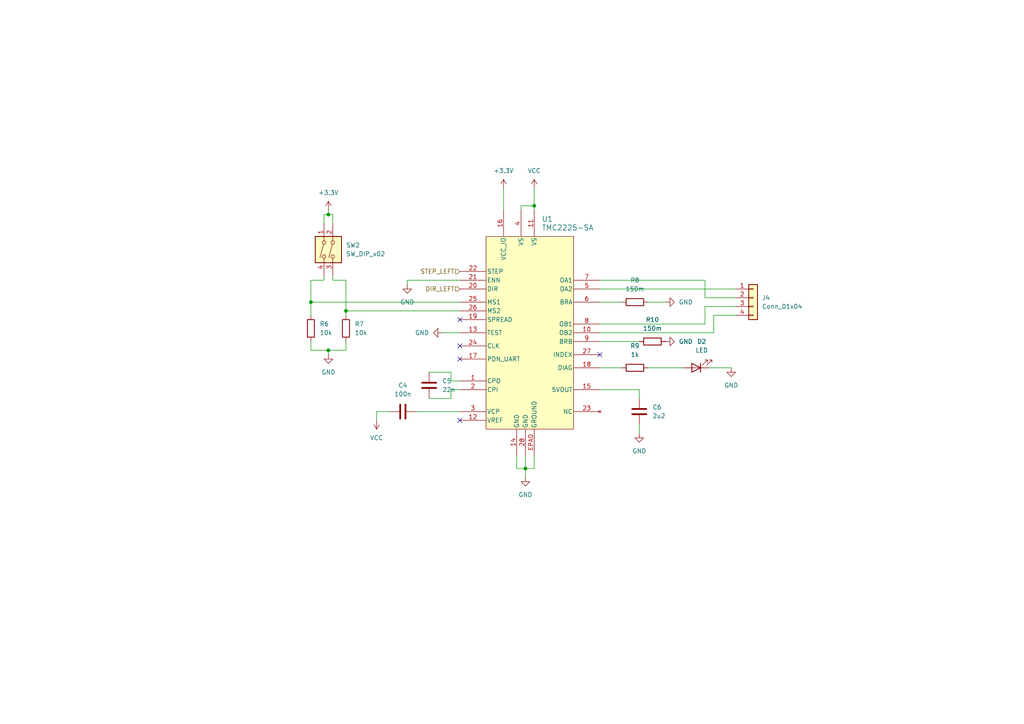
<source format=kicad_sch>
(kicad_sch (version 20250114) (generator "eeschema") (generator_version "9.0")
  (paper "A4")
  (lib_symbols
    (symbol "Connector_Generic:Conn_01x04" (pin_names (offset 1.016) (hide yes))
      (property "Reference" "J" (at 0 5.08 0))
      (property "Value" "Conn_01x04" (at 0 -7.62 0))
      (symbol "Conn_01x04_1_1"
        (rectangle (start -1.27 3.81) (end 1.27 -6.35) (stroke (width 0.254)) (fill (type background)))
        (rectangle (start -1.27 2.667) (end 0 2.413) (stroke (width 0.1524)))
        (rectangle (start -1.27 0.127) (end 0 -0.127) (stroke (width 0.1524)))
        (rectangle (start -1.27 -2.413) (end 0 -2.667) (stroke (width 0.1524)))
        (rectangle (start -1.27 -4.953) (end 0 -5.207) (stroke (width 0.1524)))
        (pin passive line (at -5.08 2.54 0) (length 3.81) (name "Pin_1") (number "1"))
        (pin passive line (at -5.08 0 0) (length 3.81) (name "Pin_2") (number "2"))
        (pin passive line (at -5.08 -2.54 0) (length 3.81) (name "Pin_3") (number "3"))
        (pin passive line (at -5.08 -5.08 0) (length 3.81) (name "Pin_4") (number "4"))
      )
    )
    (symbol "Device:C" (pin_numbers (hide yes)) (pin_names (offset 0.254))
      (property "Reference" "C" (at 0.635 2.54 0))
      (property "Value" "C" (at 0.635 -2.54 0))
      (symbol "C_0_1"
        (polyline (pts (xy -2.032 0.762) (xy 2.032 0.762)) (stroke (width 0.508)))
        (polyline (pts (xy -2.032 -0.762) (xy 2.032 -0.762)) (stroke (width 0.508)))
      )
      (symbol "C_1_1"
        (pin passive line (at 0 3.81 270) (length 2.794) (name "~") (number "1"))
        (pin passive line (at 0 -3.81 90) (length 2.794) (name "~") (number "2"))
      )
    )
    (symbol "Device:LED" (pin_numbers (hide yes)) (pin_names (offset 1.016) (hide yes))
      (property "Reference" "D" (at 0 2.54 0))
      (property "Value" "LED" (at 0 -2.54 0))
      (symbol "LED_0_1"
        (polyline (pts (xy -3.048 -0.762) (xy -4.572 -2.286) (xy -3.81 -2.286) (xy -4.572 -2.286) (xy -4.572 -1.524)))
        (polyline (pts (xy -1.778 -0.762) (xy -3.302 -2.286) (xy -2.54 -2.286) (xy -3.302 -2.286) (xy -3.302 -1.524)))
        (polyline (pts (xy -1.27 0) (xy 1.27 0)))
        (polyline (pts (xy -1.27 -1.27) (xy -1.27 1.27)) (stroke (width 0.254)))
        (polyline (pts (xy 1.27 -1.27) (xy 1.27 1.27) (xy -1.27 0) (xy 1.27 -1.27)) (stroke (width 0.254)))
      )
      (symbol "LED_1_1"
        (pin passive line (at -3.81 0 0) (length 2.54) (name "K") (number "1"))
        (pin passive line (at 3.81 0 180) (length 2.54) (name "A") (number "2"))
      )
    )
    (symbol "Device:R" (pin_numbers (hide yes)) (pin_names (offset 0))
      (property "Reference" "R" (at 2.032 0 90))
      (property "Value" "R" (at 0 0 90))
      (symbol "R_0_1"
        (rectangle (start -1.016 -2.54) (end 1.016 2.54) (stroke (width 0.254)))
      )
      (symbol "R_1_1"
        (pin passive line (at 0 3.81 270) (length 1.27) (name "~") (number "1"))
        (pin passive line (at 0 -3.81 90) (length 1.27) (name "~") (number "2"))
      )
    )
    (symbol "Switch:SW_DIP_x02" (pin_names (offset 0) (hide yes))
      (property "Reference" "SW" (at 0 6.35 0))
      (property "Value" "SW_DIP_x02" (at 0 -3.81 0))
      (symbol "SW_DIP_x02_0_0"
        (circle (center -2.032 2.54) (radius 0.508))
        (circle (center -2.032 0) (radius 0.508))
        (polyline (pts (xy -1.524 2.667) (xy 2.3622 3.7084)))
        (polyline (pts (xy -1.524 0.127) (xy 2.3622 1.1684)))
        (circle (center 2.032 2.54) (radius 0.508))
        (circle (center 2.032 0) (radius 0.508))
      )
      (symbol "SW_DIP_x02_0_1"
        (rectangle (start -3.81 5.08) (end 3.81 -2.54) (stroke (width 0.254)) (fill (type background)))
      )
      (symbol "SW_DIP_x02_1_1"
        (pin passive line (at -7.62 2.54 0) (length 5.08) (name "~") (number "1"))
        (pin passive line (at -7.62 0 0) (length 5.08) (name "~") (number "2"))
        (pin passive line (at 7.62 2.54 180) (length 5.08) (name "~") (number "4"))
        (pin passive line (at 7.62 0 180) (length 5.08) (name "~") (number "3"))
      )
    )
    (symbol "TMC2225-SA_2" (pin_names (offset 0.254))
      (property "Reference" "U" (at 25.4 10.16 0))
      (property "Value" "TMC2225-SA" (at 25.4 7.62 0))
      (symbol "TMC2225-SA_2_0_1"
        (pin input line (at 39.37 104.14 0) (length 7.62) (name "STEP") (number "22"))
        (pin input line (at 39.37 101.6 0) (length 7.62) (name "ENN") (number "21"))
        (pin input line (at 39.37 99.06 0) (length 7.62) (name "DIR") (number "20"))
        (pin input line (at 39.37 95.25 0) (length 7.62) (name "MS1") (number "25"))
        (pin input line (at 39.37 92.71 0) (length 7.62) (name "MS2") (number "26"))
        (pin input line (at 39.37 90.17 0) (length 7.62) (name "SPREAD") (number "19"))
        (pin power_out line (at 39.37 86.36 0) (length 7.62) (name "TEST") (number "13"))
        (pin input line (at 39.37 82.55 0) (length 7.62) (name "CLK") (number "24"))
        (pin bidirectional line (at 39.37 78.74 0) (length 7.62) (name "PDN_UART") (number "17"))
        (pin power_in line (at 39.37 72.39 0) (length 7.62) (name "CPO") (number "1"))
        (pin power_in line (at 39.37 69.85 0) (length 7.62) (name "CPI") (number "2"))
        (pin power_in line (at 39.37 63.5 0) (length 7.62) (name "VCP") (number "3"))
        (pin unspecified line (at 39.37 60.96 0) (length 7.62) (name "VREF") (number "12"))
        (pin power_in line (at 52.07 121.92 270) (length 7.62) (name "VCC_IO") (number "16"))
        (pin power_out line (at 55.88 50.8 90) (length 7.62) (name "GND") (number "14"))
        (pin power_in line (at 57.15 121.92 270) (length 7.62) (name "VS") (number "4"))
        (pin power_out line (at 58.42 50.8 90) (length 7.62) (name "GND") (number "28"))
        (pin power_in line (at 60.96 121.92 270) (length 7.62) (name "VS") (number "11"))
        (pin power_out line (at 60.96 50.8 90) (length 7.62) (name "GROUND") (number "EPAD"))
        (pin power_in line (at 80.01 101.6 180) (length 7.62) (name "OA1") (number "7"))
        (pin power_in line (at 80.01 99.06 180) (length 7.62) (name "OA2") (number "5"))
        (pin power_in line (at 80.01 95.25 180) (length 7.62) (name "BRA") (number "6"))
        (pin power_in line (at 80.01 88.9 180) (length 7.62) (name "OB1") (number "8"))
        (pin power_in line (at 80.01 86.36 180) (length 7.62) (name "OB2") (number "10"))
        (pin power_in line (at 80.01 83.82 180) (length 7.62) (name "BRB") (number "9"))
        (pin output line (at 80.01 80.01 180) (length 7.62) (name "INDEX") (number "27"))
        (pin output line (at 80.01 76.2 180) (length 7.62) (name "DIAG") (number "18"))
        (pin power_in line (at 80.01 69.85 180) (length 7.62) (name "5VOUT") (number "15"))
        (pin no_connect line (at 80.01 63.5 180) (length 7.62) (name "NC") (number "23"))
      )
      (symbol "TMC2225-SA_2_1_1"
        (rectangle (start 46.99 114.3) (end 72.39 58.42) (fill (type color) (color 255 255 194 1)))
      )
    )
    (symbol "power:+3.3V" (power) (pin_numbers (hide yes)) (pin_names (offset 0) (hide yes))
      (property "Value" "+3.3V" (at 0 3.556 0))
      (symbol "+3.3V_0_1"
        (polyline (pts (xy -0.762 1.27) (xy 0 2.54)))
        (polyline (pts (xy 0 2.54) (xy 0.762 1.27)))
        (polyline (pts (xy 0 0) (xy 0 2.54)))
      )
      (symbol "+3.3V_1_1"
        (pin power_in line (at 0 0 90) (length 0) (name "~") (number "1"))
      )
    )
    (symbol "power:GND" (power) (pin_numbers (hide yes)) (pin_names (offset 0) (hide yes))
      (property "Value" "GND" (at 0 -3.81 0))
      (symbol "GND_0_1"
        (polyline (pts (xy 0 0) (xy 0 -1.27) (xy 1.27 -1.27) (xy 0 -2.54) (xy -1.27 -1.27) (xy 0 -1.27)))
      )
      (symbol "GND_1_1"
        (pin power_in line (at 0 0 270) (length 0) (name "~") (number "1"))
      )
    )
    (symbol "power:VCC" (power) (pin_numbers (hide yes)) (pin_names (offset 0) (hide yes))
      (property "Value" "VCC" (at 0 3.556 0))
      (symbol "VCC_0_1"
        (polyline (pts (xy -0.762 1.27) (xy 0 2.54)))
        (polyline (pts (xy 0 2.54) (xy 0.762 1.27)))
        (polyline (pts (xy 0 0) (xy 0 2.54)))
      )
      (symbol "VCC_1_1"
        (pin power_in line (at 0 0 90) (length 0) (name "~") (number "1"))
      )
    )
  )
  (junction (at 95.25 62.23))
  (junction (at 152.4 135.89))
  (junction (at 100.33 90.17))
  (junction (at 154.94 59.69))
  (junction (at 90.17 87.63))
  (junction (at 95.25 101.6))
  (no_connect (at 173.99 102.87))
  (no_connect (at 133.35 100.33))
  (no_connect (at 133.35 92.71))
  (no_connect (at 133.35 121.92))
  (no_connect (at 133.35 104.14))
  (wire (pts (xy 204.47 93.98) (xy 204.47 88.9)))
  (wire (pts (xy 93.98 81.28) (xy 93.98 80.01)))
  (wire (pts (xy 204.47 88.9) (xy 213.36 88.9)))
  (wire (pts (xy 124.46 115.57) (xy 130.81 115.57)))
  (wire (pts (xy 173.99 99.06) (xy 185.42 99.06)))
  (wire (pts (xy 120.65 119.38) (xy 133.35 119.38)))
  (wire (pts (xy 173.99 113.03) (xy 185.42 113.03)))
  (wire (pts (xy 128.27 96.52) (xy 133.35 96.52)))
  (wire (pts (xy 205.74 106.68) (xy 212.09 106.68)))
  (wire (pts (xy 152.4 135.89) (xy 152.4 138.43)))
  (wire (pts (xy 173.99 81.28) (xy 204.47 81.28)))
  (wire (pts (xy 113.03 119.38) (xy 109.22 119.38)))
  (wire (pts (xy 152.4 135.89) (xy 154.94 135.89)))
  (wire (pts (xy 146.05 54.61) (xy 146.05 60.96)))
  (wire (pts (xy 133.35 113.03) (xy 130.81 113.03)))
  (wire (pts (xy 207.01 96.52) (xy 207.01 91.44)))
  (wire (pts (xy 149.86 135.89) (xy 152.4 135.89)))
  (wire (pts (xy 96.52 81.28) (xy 100.33 81.28)))
  (wire (pts (xy 130.81 110.49) (xy 133.35 110.49)))
  (wire (pts (xy 151.13 59.69) (xy 154.94 59.69)))
  (wire (pts (xy 133.35 81.28) (xy 118.11 81.28)))
  (wire (pts (xy 100.33 99.06) (xy 100.33 101.6)))
  (wire (pts (xy 204.47 81.28) (xy 204.47 86.36)))
  (wire (pts (xy 154.94 132.08) (xy 154.94 135.89)))
  (wire (pts (xy 187.96 87.63) (xy 193.04 87.63)))
  (wire (pts (xy 173.99 87.63) (xy 180.34 87.63)))
  (wire (pts (xy 90.17 99.06) (xy 90.17 101.6)))
  (wire (pts (xy 95.25 62.23) (xy 96.52 62.23)))
  (wire (pts (xy 173.99 106.68) (xy 180.34 106.68)))
  (wire (pts (xy 100.33 90.17) (xy 100.33 91.44)))
  (wire (pts (xy 100.33 81.28) (xy 100.33 90.17)))
  (wire (pts (xy 154.94 59.69) (xy 154.94 60.96)))
  (wire (pts (xy 90.17 87.63) (xy 133.35 87.63)))
  (wire (pts (xy 96.52 62.23) (xy 96.52 64.77)))
  (wire (pts (xy 100.33 90.17) (xy 133.35 90.17)))
  (wire (pts (xy 118.11 81.28) (xy 118.11 82.55)))
  (wire (pts (xy 173.99 83.82) (xy 213.36 83.82)))
  (wire (pts (xy 93.98 62.23) (xy 95.25 62.23)))
  (wire (pts (xy 149.86 132.08) (xy 149.86 135.89)))
  (wire (pts (xy 204.47 86.36) (xy 213.36 86.36)))
  (wire (pts (xy 124.46 107.95) (xy 130.81 107.95)))
  (wire (pts (xy 152.4 132.08) (xy 152.4 135.89)))
  (wire (pts (xy 185.42 113.03) (xy 185.42 115.57)))
  (wire (pts (xy 154.94 59.69) (xy 154.94 54.61)))
  (wire (pts (xy 130.81 113.03) (xy 130.81 115.57)))
  (wire (pts (xy 96.52 80.01) (xy 96.52 81.28)))
  (wire (pts (xy 185.42 123.19) (xy 185.42 125.73)))
  (wire (pts (xy 95.25 101.6) (xy 95.25 102.87)))
  (wire (pts (xy 151.13 60.96) (xy 151.13 59.69)))
  (wire (pts (xy 90.17 91.44) (xy 90.17 87.63)))
  (wire (pts (xy 173.99 93.98) (xy 204.47 93.98)))
  (wire (pts (xy 90.17 101.6) (xy 95.25 101.6)))
  (wire (pts (xy 90.17 87.63) (xy 90.17 81.28)))
  (wire (pts (xy 130.81 107.95) (xy 130.81 110.49)))
  (wire (pts (xy 95.25 62.23) (xy 95.25 60.96)))
  (wire (pts (xy 207.01 91.44) (xy 213.36 91.44)))
  (wire (pts (xy 100.33 101.6) (xy 95.25 101.6)))
  (wire (pts (xy 93.98 64.77) (xy 93.98 62.23)))
  (wire (pts (xy 187.96 106.68) (xy 198.12 106.68)))
  (wire (pts (xy 90.17 81.28) (xy 93.98 81.28)))
  (wire (pts (xy 109.22 119.38) (xy 109.22 121.92)))
  (wire (pts (xy 173.99 96.52) (xy 207.01 96.52)))
  (hierarchical_label "DIR_LEFT" (shape input) (at 133.35 83.82 180))
  (hierarchical_label "STEP_LEFT" (shape input) (at 133.35 78.74 180))
  (symbol (lib_id "power:GND") (at 212.09 106.68 0) (unit 1)
    (property "Reference" "#PWR05" (effects (hide yes)))
    (property "Value" "GND" (at 212.09 111.76 0))
    (property "Description" "Power symbol creates a global label with name \"GND\" , ground" (effects (hide yes)))
    (instances (project "ul_TMC2225-SA" (path "" (reference "#PWR024") (unit 1)) (path "" (reference "#PWR05") (unit 1))))
  )
  (symbol (lib_id "power:GND") (at 193.04 99.06 90) (unit 1)
    (property "Reference" "#PWR04" (effects (hide yes)))
    (property "Value" "GND" (at 196.85 99.0599 90) (effects (justify right)))
    (property "Description" "Power symbol creates a global label with name \"GND\" , ground" (effects (hide yes)))
    (instances (project "ul_TMC2225-SA" (path "" (reference "#PWR023") (unit 1)) (path "" (reference "#PWR04") (unit 1))))
  )
  (symbol (lib_id "Device:C") (at 116.84 119.38 90) (unit 1)
    (property "Reference" "C2" (at 116.84 111.76 90))
    (property "Value" "100n" (at 116.84 114.3 90))
    (property "Description" "Unpolarized capacitor" (effects (hide yes)))
    (instances (project "ul_TMC2225-SA" (path "" (reference "C4") (unit 1)) (path "" (reference "C2") (unit 1))))
  )
  (symbol (lib_id "power:GND") (at 95.25 102.87 0) (unit 1)
    (property "Reference" "#PWR011" (effects (hide yes)))
    (property "Value" "GND" (at 95.25 107.95 0))
    (property "Description" "Power symbol creates a global label with name \"GND\" , ground" (effects (hide yes)))
    (instances (project "ul_TMC2225-SA" (path "" (reference "#PWR014") (unit 1)) (path "" (reference "#PWR011") (unit 1))))
  )
  (symbol (lib_id "Device:R") (at 184.15 87.63 90) (mirror x) (unit 1)
    (property "Reference" "R1" (at 184.15 81.28 90))
    (property "Value" "150m" (at 184.15 83.82 90))
    (property "Description" "Resistor" (effects (hide yes)))
    (instances (project "ul_TMC2225-SA" (path "" (reference "R8") (unit 1)) (path "" (reference "R1") (unit 1))))
  )
  (symbol (lib_id "power:GND") (at 185.42 125.73 0) (unit 1)
    (property "Reference" "#PWR06" (effects (hide yes)))
    (property "Value" "GND" (at 185.42 130.81 0))
    (property "Description" "Power symbol creates a global label with name \"GND\" , ground" (effects (hide yes)))
    (instances (project "ul_TMC2225-SA" (path "" (reference "#PWR021") (unit 1)) (path "" (reference "#PWR06") (unit 1))))
  )
  (symbol (lib_id "Device:C") (at 185.42 119.38 0) (unit 1)
    (property "Reference" "C1" (at 189.23 118.1099 0) (effects (justify left)))
    (property "Value" "2u2" (at 189.23 120.6499 0) (effects (justify left)))
    (property "Description" "Unpolarized capacitor" (effects (hide yes)))
    (instances (project "ul_TMC2225-SA" (path "" (reference "C6") (unit 1)) (path "" (reference "C1") (unit 1))))
  )
  (symbol (lib_id "power:GND") (at 152.4 138.43 0) (unit 1)
    (property "Reference" "#PWR07" (effects (hide yes)))
    (property "Value" "GND" (at 152.4 143.51 0))
    (property "Description" "Power symbol creates a global label with name \"GND\" , ground" (effects (hide yes)))
    (instances (project "ul_TMC2225-SA" (path "" (reference "#PWR019") (unit 1)) (path "" (reference "#PWR07") (unit 1))))
  )
  (symbol (lib_id "Device:R") (at 189.23 99.06 90) (unit 1)
    (property "Reference" "R2" (at 189.23 92.71 90))
    (property "Value" "150m" (at 189.23 95.25 90))
    (property "Description" "Resistor" (effects (hide yes)))
    (instances (project "ul_TMC2225-SA" (path "" (reference "R10") (unit 1)) (path "" (reference "R2") (unit 1))))
  )
  (symbol (lib_id "Device:R") (at 90.17 95.25 0) (unit 1)
    (property "Reference" "R4" (at 92.71 93.9799 0) (effects (justify left)))
    (property "Value" "10k" (at 92.71 96.5199 0) (effects (justify left)))
    (property "Description" "Resistor" (effects (hide yes)))
    (instances (project "ul_TMC2225-SA" (path "" (reference "R6") (unit 1)) (path "" (reference "R4") (unit 1))))
  )
  (symbol (lib_id "Device:R") (at 100.33 95.25 0) (unit 1)
    (property "Reference" "R5" (at 102.87 93.9799 0) (effects (justify left)))
    (property "Value" "10k" (at 102.87 96.5199 0) (effects (justify left)))
    (property "Description" "Resistor" (effects (hide yes)))
    (instances (project "ul_TMC2225-SA" (path "" (reference "R7") (unit 1)) (path "" (reference "R5") (unit 1))))
  )
  (symbol (lib_id "Device:R") (at 184.15 106.68 90) (unit 1)
    (property "Reference" "R3" (at 184.15 100.33 90))
    (property "Value" "1k" (at 184.15 102.87 90))
    (property "Description" "Resistor" (effects (hide yes)))
    (instances (project "ul_TMC2225-SA" (path "" (reference "R9") (unit 1)) (path "" (reference "R3") (unit 1))))
  )
  (symbol (lib_name "TMC2225-SA_2") (lib_id "2026-01-21_07-36-40:TMC2225-SA") (at 93.98 182.88 0) (unit 1)
    (property "Reference" "U3" (at 157.0833 63.5 0) (effects (font (size 1.524 1.524)) (justify left)))
    (property "Value" "TMC2225-SA" (at 157.0833 66.04 0) (effects (font (size 1.524 1.524)) (justify left)))
    (property "Footprint" "HTSSOP28_TRI" (effects (hide yes)))
    (property "Datasheet" "TMC2225-SA" (effects (hide yes)))
    (instances (project "ul_TMC2225-SA" (path "" (reference "U1") (unit 1)) (path "" (reference "U3") (unit 1))))
  )
  (symbol (lib_id "power:GND") (at 128.27 96.52 270) (unit 1)
    (property "Reference" "#PWR09" (effects (hide yes)))
    (property "Value" "GND" (at 124.46 96.5199 90) (effects (justify right)))
    (property "Description" "Power symbol creates a global label with name \"GND\" , ground" (effects (hide yes)))
    (instances (project "ul_TMC2225-SA" (path "" (reference "#PWR017") (unit 1)) (path "" (reference "#PWR09") (unit 1))))
  )
  (symbol (lib_id "Switch:SW_DIP_x02") (at 96.52 72.39 90) (mirror x) (unit 1)
    (property "Reference" "SW1" (at 100.33 71.1199 90) (effects (justify right)))
    (property "Value" "SW_DIP_x02" (at 100.33 73.6599 90) (effects (justify right)))
    (property "Description" "2x DIP Switch, Single Pole Single Throw (SPST) switch, small symbol" (effects (hide yes)))
    (instances (project "ul_TMC2225-SA" (path "" (reference "SW2") (unit 1)) (path "" (reference "SW1") (unit 1))))
  )
  (symbol (lib_id "Device:LED") (at 201.93 106.68 180) (unit 1)
    (property "Reference" "D1" (at 203.5175 99.06 0))
    (property "Value" "LED" (at 203.5175 101.6 0))
    (property "Description" "Light emitting diode" (effects (hide yes)))
    (property "Sim.Pins" "1=K 2=A" (effects (hide yes)))
    (instances (project "ul_TMC2225-SA" (path "" (reference "D2") (unit 1)) (path "" (reference "D1") (unit 1))))
  )
  (symbol (lib_id "Device:C") (at 124.46 111.76 0) (unit 1)
    (property "Reference" "C3" (at 128.27 110.4899 0) (effects (justify left)))
    (property "Value" "22n" (at 128.27 113.0299 0) (effects (justify left)))
    (property "Description" "Unpolarized capacitor" (effects (hide yes)))
    (instances (project "ul_TMC2225-SA" (path "" (reference "C5") (unit 1)) (path "" (reference "C3") (unit 1))))
  )
  (symbol (lib_id "Connector_Generic:Conn_01x04") (at 218.44 86.36 0) (unit 1)
    (property "Reference" "J1" (at 220.98 86.3599 0) (effects (justify left)))
    (property "Value" "Conn_01x04" (at 220.98 88.8999 0) (effects (justify left)))
    (property "Description" "Generic connector, single row, 01x04, script generated (kicad-library-utils/schlib/autogen/connector/)" (effects (hide yes)))
    (instances (project "ul_TMC2225-SA" (path "" (reference "J4") (unit 1)) (path "" (reference "J1") (unit 1))))
  )
  (symbol (lib_id "power:VCC") (at 154.94 54.61 0) (unit 1)
    (property "Reference" "#PWR02" (effects (hide yes)))
    (property "Value" "VCC" (at 154.94 49.53 0))
    (property "Description" "Power symbol creates a global label with name \"VCC\"" (effects (hide yes)))
    (instances (project "ul_TMC2225-SA" (path "" (reference "#PWR020") (unit 1)) (path "" (reference "#PWR02") (unit 1))))
  )
  (symbol (lib_id "power:GND") (at 118.11 82.55 0) (unit 1)
    (property "Reference" "#PWR010" (effects (hide yes)))
    (property "Value" "GND" (at 118.11 87.63 0))
    (property "Description" "Power symbol creates a global label with name \"GND\" , ground" (effects (hide yes)))
    (instances (project "ul_TMC2225-SA" (path "" (reference "#PWR016") (unit 1)) (path "" (reference "#PWR010") (unit 1))))
  )
  (symbol (lib_id "power:VCC") (at 109.22 121.92 180) (unit 1)
    (property "Reference" "#PWR08" (effects (hide yes)))
    (property "Value" "VCC" (at 109.22 127 0))
    (property "Description" "Power symbol creates a global label with name \"VCC\"" (effects (hide yes)))
    (instances (project "ul_TMC2225-SA" (path "" (reference "#PWR015") (unit 1)) (path "" (reference "#PWR08") (unit 1))))
  )
  (symbol (lib_id "power:+3.3V") (at 95.25 60.96 0) (unit 1)
    (property "Reference" "#PWR012" (effects (hide yes)))
    (property "Value" "+3.3V" (at 95.25 55.88 0))
    (property "Description" "Power symbol creates a global label with name \"+3.3V\"" (effects (hide yes)))
    (instances (project "ul_TMC2225-SA" (path "" (reference "#PWR013") (unit 1)) (path "" (reference "#PWR012") (unit 1))))
  )
  (symbol (lib_id "power:GND") (at 193.04 87.63 90) (unit 1)
    (property "Reference" "#PWR03" (effects (hide yes)))
    (property "Value" "GND" (at 196.85 87.6299 90) (effects (justify right)))
    (property "Description" "Power symbol creates a global label with name \"GND\" , ground" (effects (hide yes)))
    (instances (project "ul_TMC2225-SA" (path "" (reference "#PWR022") (unit 1)) (path "" (reference "#PWR03") (unit 1))))
  )
  (symbol (lib_id "power:+3.3V") (at 146.05 54.61 0) (unit 1)
    (property "Reference" "#PWR01" (effects (hide yes)))
    (property "Value" "+3.3V" (at 146.05 49.53 0))
    (property "Description" "Power symbol creates a global label with name \"+3.3V\"" (effects (hide yes)))
    (instances (project "ul_TMC2225-SA" (path "" (reference "#PWR018") (unit 1)) (path "" (reference "#PWR01") (unit 1))))
  )
)
</source>
